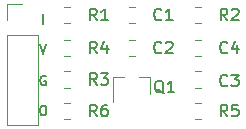
<source format=gbr>
%TF.GenerationSoftware,KiCad,Pcbnew,(5.99.0-2965-g3673c2369)*%
%TF.CreationDate,2020-08-26T09:47:44+03:00*%
%TF.ProjectId,pimentero,70696d65-6e74-4657-926f-2e6b69636164,rev?*%
%TF.SameCoordinates,Original*%
%TF.FileFunction,Legend,Top*%
%TF.FilePolarity,Positive*%
%FSLAX46Y46*%
G04 Gerber Fmt 4.6, Leading zero omitted, Abs format (unit mm)*
G04 Created by KiCad (PCBNEW (5.99.0-2965-g3673c2369)) date 2020-08-26 09:47:44*
%MOMM*%
%LPD*%
G01*
G04 APERTURE LIST*
%ADD10C,0.127000*%
%ADD11C,0.150000*%
%ADD12C,0.120000*%
%ADD13R,0.800000X0.900000*%
%ADD14R,1.700000X1.700000*%
%ADD15O,1.700000X1.700000*%
G04 APERTURE END LIST*
D10*
X106603809Y-75634904D02*
X106756190Y-75634904D01*
X106832380Y-75673000D01*
X106908571Y-75749190D01*
X106946666Y-75901571D01*
X106946666Y-76168238D01*
X106908571Y-76320619D01*
X106832380Y-76396809D01*
X106756190Y-76434904D01*
X106603809Y-76434904D01*
X106527619Y-76396809D01*
X106451428Y-76320619D01*
X106413333Y-76168238D01*
X106413333Y-75901571D01*
X106451428Y-75749190D01*
X106527619Y-75673000D01*
X106603809Y-75634904D01*
X106889523Y-73133000D02*
X106813333Y-73094904D01*
X106699047Y-73094904D01*
X106584761Y-73133000D01*
X106508571Y-73209190D01*
X106470476Y-73285380D01*
X106432380Y-73437761D01*
X106432380Y-73552047D01*
X106470476Y-73704428D01*
X106508571Y-73780619D01*
X106584761Y-73856809D01*
X106699047Y-73894904D01*
X106775238Y-73894904D01*
X106889523Y-73856809D01*
X106927619Y-73818714D01*
X106927619Y-73552047D01*
X106775238Y-73552047D01*
X106413333Y-70427904D02*
X106680000Y-71227904D01*
X106946666Y-70427904D01*
X106680000Y-68687904D02*
X106680000Y-67887904D01*
D11*
%TO.C,C4*%
X122261333Y-71096142D02*
X122213714Y-71143761D01*
X122070857Y-71191380D01*
X121975619Y-71191380D01*
X121832761Y-71143761D01*
X121737523Y-71048523D01*
X121689904Y-70953285D01*
X121642285Y-70762809D01*
X121642285Y-70619952D01*
X121689904Y-70429476D01*
X121737523Y-70334238D01*
X121832761Y-70239000D01*
X121975619Y-70191380D01*
X122070857Y-70191380D01*
X122213714Y-70239000D01*
X122261333Y-70286619D01*
X123118476Y-70524714D02*
X123118476Y-71191380D01*
X122880380Y-70143761D02*
X122642285Y-70858047D01*
X123261333Y-70858047D01*
%TO.C,R4*%
X111212333Y-71191380D02*
X110879000Y-70715190D01*
X110640904Y-71191380D02*
X110640904Y-70191380D01*
X111021857Y-70191380D01*
X111117095Y-70239000D01*
X111164714Y-70286619D01*
X111212333Y-70381857D01*
X111212333Y-70524714D01*
X111164714Y-70619952D01*
X111117095Y-70667571D01*
X111021857Y-70715190D01*
X110640904Y-70715190D01*
X112069476Y-70524714D02*
X112069476Y-71191380D01*
X111831380Y-70143761D02*
X111593285Y-70858047D01*
X112212333Y-70858047D01*
%TO.C,C3*%
X122261333Y-73890142D02*
X122213714Y-73937761D01*
X122070857Y-73985380D01*
X121975619Y-73985380D01*
X121832761Y-73937761D01*
X121737523Y-73842523D01*
X121689904Y-73747285D01*
X121642285Y-73556809D01*
X121642285Y-73413952D01*
X121689904Y-73223476D01*
X121737523Y-73128238D01*
X121832761Y-73033000D01*
X121975619Y-72985380D01*
X122070857Y-72985380D01*
X122213714Y-73033000D01*
X122261333Y-73080619D01*
X122594666Y-72985380D02*
X123213714Y-72985380D01*
X122880380Y-73366333D01*
X123023238Y-73366333D01*
X123118476Y-73413952D01*
X123166095Y-73461571D01*
X123213714Y-73556809D01*
X123213714Y-73794904D01*
X123166095Y-73890142D01*
X123118476Y-73937761D01*
X123023238Y-73985380D01*
X122737523Y-73985380D01*
X122642285Y-73937761D01*
X122594666Y-73890142D01*
%TO.C,R3*%
X111212333Y-73858380D02*
X110879000Y-73382190D01*
X110640904Y-73858380D02*
X110640904Y-72858380D01*
X111021857Y-72858380D01*
X111117095Y-72906000D01*
X111164714Y-72953619D01*
X111212333Y-73048857D01*
X111212333Y-73191714D01*
X111164714Y-73286952D01*
X111117095Y-73334571D01*
X111021857Y-73382190D01*
X110640904Y-73382190D01*
X111545666Y-72858380D02*
X112164714Y-72858380D01*
X111831380Y-73239333D01*
X111974238Y-73239333D01*
X112069476Y-73286952D01*
X112117095Y-73334571D01*
X112164714Y-73429809D01*
X112164714Y-73667904D01*
X112117095Y-73763142D01*
X112069476Y-73810761D01*
X111974238Y-73858380D01*
X111688523Y-73858380D01*
X111593285Y-73810761D01*
X111545666Y-73763142D01*
%TO.C,R2*%
X122261333Y-68397380D02*
X121928000Y-67921190D01*
X121689904Y-68397380D02*
X121689904Y-67397380D01*
X122070857Y-67397380D01*
X122166095Y-67445000D01*
X122213714Y-67492619D01*
X122261333Y-67587857D01*
X122261333Y-67730714D01*
X122213714Y-67825952D01*
X122166095Y-67873571D01*
X122070857Y-67921190D01*
X121689904Y-67921190D01*
X122642285Y-67492619D02*
X122689904Y-67445000D01*
X122785142Y-67397380D01*
X123023238Y-67397380D01*
X123118476Y-67445000D01*
X123166095Y-67492619D01*
X123213714Y-67587857D01*
X123213714Y-67683095D01*
X123166095Y-67825952D01*
X122594666Y-68397380D01*
X123213714Y-68397380D01*
%TO.C,C1*%
X116673333Y-68302142D02*
X116625714Y-68349761D01*
X116482857Y-68397380D01*
X116387619Y-68397380D01*
X116244761Y-68349761D01*
X116149523Y-68254523D01*
X116101904Y-68159285D01*
X116054285Y-67968809D01*
X116054285Y-67825952D01*
X116101904Y-67635476D01*
X116149523Y-67540238D01*
X116244761Y-67445000D01*
X116387619Y-67397380D01*
X116482857Y-67397380D01*
X116625714Y-67445000D01*
X116673333Y-67492619D01*
X117625714Y-68397380D02*
X117054285Y-68397380D01*
X117340000Y-68397380D02*
X117340000Y-67397380D01*
X117244761Y-67540238D01*
X117149523Y-67635476D01*
X117054285Y-67683095D01*
%TO.C,R5*%
X122261333Y-76525380D02*
X121928000Y-76049190D01*
X121689904Y-76525380D02*
X121689904Y-75525380D01*
X122070857Y-75525380D01*
X122166095Y-75573000D01*
X122213714Y-75620619D01*
X122261333Y-75715857D01*
X122261333Y-75858714D01*
X122213714Y-75953952D01*
X122166095Y-76001571D01*
X122070857Y-76049190D01*
X121689904Y-76049190D01*
X123166095Y-75525380D02*
X122689904Y-75525380D01*
X122642285Y-76001571D01*
X122689904Y-75953952D01*
X122785142Y-75906333D01*
X123023238Y-75906333D01*
X123118476Y-75953952D01*
X123166095Y-76001571D01*
X123213714Y-76096809D01*
X123213714Y-76334904D01*
X123166095Y-76430142D01*
X123118476Y-76477761D01*
X123023238Y-76525380D01*
X122785142Y-76525380D01*
X122689904Y-76477761D01*
X122642285Y-76430142D01*
%TO.C,Q1*%
X116871761Y-74588619D02*
X116776523Y-74541000D01*
X116681285Y-74445761D01*
X116538428Y-74302904D01*
X116443190Y-74255285D01*
X116347952Y-74255285D01*
X116395571Y-74493380D02*
X116300333Y-74445761D01*
X116205095Y-74350523D01*
X116157476Y-74160047D01*
X116157476Y-73826714D01*
X116205095Y-73636238D01*
X116300333Y-73541000D01*
X116395571Y-73493380D01*
X116586047Y-73493380D01*
X116681285Y-73541000D01*
X116776523Y-73636238D01*
X116824142Y-73826714D01*
X116824142Y-74160047D01*
X116776523Y-74350523D01*
X116681285Y-74445761D01*
X116586047Y-74493380D01*
X116395571Y-74493380D01*
X117776523Y-74493380D02*
X117205095Y-74493380D01*
X117490809Y-74493380D02*
X117490809Y-73493380D01*
X117395571Y-73636238D01*
X117300333Y-73731476D01*
X117205095Y-73779095D01*
%TO.C,C2*%
X116673333Y-71096142D02*
X116625714Y-71143761D01*
X116482857Y-71191380D01*
X116387619Y-71191380D01*
X116244761Y-71143761D01*
X116149523Y-71048523D01*
X116101904Y-70953285D01*
X116054285Y-70762809D01*
X116054285Y-70619952D01*
X116101904Y-70429476D01*
X116149523Y-70334238D01*
X116244761Y-70239000D01*
X116387619Y-70191380D01*
X116482857Y-70191380D01*
X116625714Y-70239000D01*
X116673333Y-70286619D01*
X117054285Y-70286619D02*
X117101904Y-70239000D01*
X117197142Y-70191380D01*
X117435238Y-70191380D01*
X117530476Y-70239000D01*
X117578095Y-70286619D01*
X117625714Y-70381857D01*
X117625714Y-70477095D01*
X117578095Y-70619952D01*
X117006666Y-71191380D01*
X117625714Y-71191380D01*
%TO.C,R1*%
X111212333Y-68397380D02*
X110879000Y-67921190D01*
X110640904Y-68397380D02*
X110640904Y-67397380D01*
X111021857Y-67397380D01*
X111117095Y-67445000D01*
X111164714Y-67492619D01*
X111212333Y-67587857D01*
X111212333Y-67730714D01*
X111164714Y-67825952D01*
X111117095Y-67873571D01*
X111021857Y-67921190D01*
X110640904Y-67921190D01*
X112164714Y-68397380D02*
X111593285Y-68397380D01*
X111879000Y-68397380D02*
X111879000Y-67397380D01*
X111783761Y-67540238D01*
X111688523Y-67635476D01*
X111593285Y-67683095D01*
%TO.C,R6*%
X111212333Y-76525380D02*
X110879000Y-76049190D01*
X110640904Y-76525380D02*
X110640904Y-75525380D01*
X111021857Y-75525380D01*
X111117095Y-75573000D01*
X111164714Y-75620619D01*
X111212333Y-75715857D01*
X111212333Y-75858714D01*
X111164714Y-75953952D01*
X111117095Y-76001571D01*
X111021857Y-76049190D01*
X110640904Y-76049190D01*
X112069476Y-75525380D02*
X111879000Y-75525380D01*
X111783761Y-75573000D01*
X111736142Y-75620619D01*
X111640904Y-75763476D01*
X111593285Y-75953952D01*
X111593285Y-76334904D01*
X111640904Y-76430142D01*
X111688523Y-76477761D01*
X111783761Y-76525380D01*
X111974238Y-76525380D01*
X112069476Y-76477761D01*
X112117095Y-76430142D01*
X112164714Y-76334904D01*
X112164714Y-76096809D01*
X112117095Y-76001571D01*
X112069476Y-75953952D01*
X111974238Y-75906333D01*
X111783761Y-75906333D01*
X111688523Y-75953952D01*
X111640904Y-76001571D01*
X111593285Y-76096809D01*
D12*
%TO.C,C4*%
X119499748Y-70029000D02*
X120022252Y-70029000D01*
X119499748Y-71449000D02*
X120022252Y-71449000D01*
%TO.C,R4*%
X108450748Y-71449000D02*
X108973252Y-71449000D01*
X108450748Y-70029000D02*
X108973252Y-70029000D01*
%TO.C,C3*%
X119499748Y-72696000D02*
X120022252Y-72696000D01*
X119499748Y-74116000D02*
X120022252Y-74116000D01*
%TO.C,R3*%
X108973252Y-72696000D02*
X108450748Y-72696000D01*
X108973252Y-74116000D02*
X108450748Y-74116000D01*
%TO.C,R2*%
X120022252Y-67235000D02*
X119499748Y-67235000D01*
X120022252Y-68655000D02*
X119499748Y-68655000D01*
%TO.C,C1*%
X113911748Y-68655000D02*
X114434252Y-68655000D01*
X113911748Y-67235000D02*
X114434252Y-67235000D01*
%TO.C,R5*%
X119499748Y-76783000D02*
X120022252Y-76783000D01*
X119499748Y-75363000D02*
X120022252Y-75363000D01*
%TO.C,Q1*%
X115753000Y-73154000D02*
X115753000Y-74614000D01*
X115753000Y-73154000D02*
X114823000Y-73154000D01*
X112593000Y-73154000D02*
X113523000Y-73154000D01*
X112593000Y-73154000D02*
X112593000Y-75314000D01*
%TO.C,C2*%
X113911748Y-71449000D02*
X114434252Y-71449000D01*
X113911748Y-70029000D02*
X114434252Y-70029000D01*
%TO.C,R1*%
X108450748Y-68655000D02*
X108973252Y-68655000D01*
X108450748Y-67235000D02*
X108973252Y-67235000D01*
%TO.C,J1*%
X103572000Y-69596000D02*
X103572000Y-77276000D01*
X103572000Y-77276000D02*
X106232000Y-77276000D01*
X103572000Y-68326000D02*
X103572000Y-66996000D01*
X106232000Y-69596000D02*
X106232000Y-77276000D01*
X103572000Y-69596000D02*
X106232000Y-69596000D01*
X103572000Y-66996000D02*
X104902000Y-66996000D01*
%TO.C,R6*%
X108973252Y-76783000D02*
X108450748Y-76783000D01*
X108973252Y-75363000D02*
X108450748Y-75363000D01*
%TD*%
%LPC*%
%TO.C,C4*%
G36*
G01*
X118161000Y-71189000D02*
X118161000Y-70289000D01*
G75*
G02*
X118411000Y-70039000I250000J0D01*
G01*
X119061000Y-70039000D01*
G75*
G02*
X119311000Y-70289000I0J-250000D01*
G01*
X119311000Y-71189000D01*
G75*
G02*
X119061000Y-71439000I-250000J0D01*
G01*
X118411000Y-71439000D01*
G75*
G02*
X118161000Y-71189000I0J250000D01*
G01*
G37*
G36*
G01*
X120211000Y-71189000D02*
X120211000Y-70289000D01*
G75*
G02*
X120461000Y-70039000I250000J0D01*
G01*
X121111000Y-70039000D01*
G75*
G02*
X121361000Y-70289000I0J-250000D01*
G01*
X121361000Y-71189000D01*
G75*
G02*
X121111000Y-71439000I-250000J0D01*
G01*
X120461000Y-71439000D01*
G75*
G02*
X120211000Y-71189000I0J250000D01*
G01*
G37*
%TD*%
%TO.C,R4*%
G36*
G01*
X107112000Y-71189000D02*
X107112000Y-70289000D01*
G75*
G02*
X107362000Y-70039000I250000J0D01*
G01*
X108012000Y-70039000D01*
G75*
G02*
X108262000Y-70289000I0J-250000D01*
G01*
X108262000Y-71189000D01*
G75*
G02*
X108012000Y-71439000I-250000J0D01*
G01*
X107362000Y-71439000D01*
G75*
G02*
X107112000Y-71189000I0J250000D01*
G01*
G37*
G36*
G01*
X109162000Y-71189000D02*
X109162000Y-70289000D01*
G75*
G02*
X109412000Y-70039000I250000J0D01*
G01*
X110062000Y-70039000D01*
G75*
G02*
X110312000Y-70289000I0J-250000D01*
G01*
X110312000Y-71189000D01*
G75*
G02*
X110062000Y-71439000I-250000J0D01*
G01*
X109412000Y-71439000D01*
G75*
G02*
X109162000Y-71189000I0J250000D01*
G01*
G37*
%TD*%
%TO.C,C3*%
G36*
G01*
X118161000Y-73856000D02*
X118161000Y-72956000D01*
G75*
G02*
X118411000Y-72706000I250000J0D01*
G01*
X119061000Y-72706000D01*
G75*
G02*
X119311000Y-72956000I0J-250000D01*
G01*
X119311000Y-73856000D01*
G75*
G02*
X119061000Y-74106000I-250000J0D01*
G01*
X118411000Y-74106000D01*
G75*
G02*
X118161000Y-73856000I0J250000D01*
G01*
G37*
G36*
G01*
X120211000Y-73856000D02*
X120211000Y-72956000D01*
G75*
G02*
X120461000Y-72706000I250000J0D01*
G01*
X121111000Y-72706000D01*
G75*
G02*
X121361000Y-72956000I0J-250000D01*
G01*
X121361000Y-73856000D01*
G75*
G02*
X121111000Y-74106000I-250000J0D01*
G01*
X120461000Y-74106000D01*
G75*
G02*
X120211000Y-73856000I0J250000D01*
G01*
G37*
%TD*%
%TO.C,R3*%
G36*
G01*
X110312000Y-72956000D02*
X110312000Y-73856000D01*
G75*
G02*
X110062000Y-74106000I-250000J0D01*
G01*
X109412000Y-74106000D01*
G75*
G02*
X109162000Y-73856000I0J250000D01*
G01*
X109162000Y-72956000D01*
G75*
G02*
X109412000Y-72706000I250000J0D01*
G01*
X110062000Y-72706000D01*
G75*
G02*
X110312000Y-72956000I0J-250000D01*
G01*
G37*
G36*
G01*
X108262000Y-72956000D02*
X108262000Y-73856000D01*
G75*
G02*
X108012000Y-74106000I-250000J0D01*
G01*
X107362000Y-74106000D01*
G75*
G02*
X107112000Y-73856000I0J250000D01*
G01*
X107112000Y-72956000D01*
G75*
G02*
X107362000Y-72706000I250000J0D01*
G01*
X108012000Y-72706000D01*
G75*
G02*
X108262000Y-72956000I0J-250000D01*
G01*
G37*
%TD*%
%TO.C,R2*%
G36*
G01*
X121361000Y-67495000D02*
X121361000Y-68395000D01*
G75*
G02*
X121111000Y-68645000I-250000J0D01*
G01*
X120461000Y-68645000D01*
G75*
G02*
X120211000Y-68395000I0J250000D01*
G01*
X120211000Y-67495000D01*
G75*
G02*
X120461000Y-67245000I250000J0D01*
G01*
X121111000Y-67245000D01*
G75*
G02*
X121361000Y-67495000I0J-250000D01*
G01*
G37*
G36*
G01*
X119311000Y-67495000D02*
X119311000Y-68395000D01*
G75*
G02*
X119061000Y-68645000I-250000J0D01*
G01*
X118411000Y-68645000D01*
G75*
G02*
X118161000Y-68395000I0J250000D01*
G01*
X118161000Y-67495000D01*
G75*
G02*
X118411000Y-67245000I250000J0D01*
G01*
X119061000Y-67245000D01*
G75*
G02*
X119311000Y-67495000I0J-250000D01*
G01*
G37*
%TD*%
%TO.C,C1*%
G36*
G01*
X112573000Y-68395000D02*
X112573000Y-67495000D01*
G75*
G02*
X112823000Y-67245000I250000J0D01*
G01*
X113473000Y-67245000D01*
G75*
G02*
X113723000Y-67495000I0J-250000D01*
G01*
X113723000Y-68395000D01*
G75*
G02*
X113473000Y-68645000I-250000J0D01*
G01*
X112823000Y-68645000D01*
G75*
G02*
X112573000Y-68395000I0J250000D01*
G01*
G37*
G36*
G01*
X114623000Y-68395000D02*
X114623000Y-67495000D01*
G75*
G02*
X114873000Y-67245000I250000J0D01*
G01*
X115523000Y-67245000D01*
G75*
G02*
X115773000Y-67495000I0J-250000D01*
G01*
X115773000Y-68395000D01*
G75*
G02*
X115523000Y-68645000I-250000J0D01*
G01*
X114873000Y-68645000D01*
G75*
G02*
X114623000Y-68395000I0J250000D01*
G01*
G37*
%TD*%
%TO.C,R5*%
G36*
G01*
X118161000Y-76523000D02*
X118161000Y-75623000D01*
G75*
G02*
X118411000Y-75373000I250000J0D01*
G01*
X119061000Y-75373000D01*
G75*
G02*
X119311000Y-75623000I0J-250000D01*
G01*
X119311000Y-76523000D01*
G75*
G02*
X119061000Y-76773000I-250000J0D01*
G01*
X118411000Y-76773000D01*
G75*
G02*
X118161000Y-76523000I0J250000D01*
G01*
G37*
G36*
G01*
X120211000Y-76523000D02*
X120211000Y-75623000D01*
G75*
G02*
X120461000Y-75373000I250000J0D01*
G01*
X121111000Y-75373000D01*
G75*
G02*
X121361000Y-75623000I0J-250000D01*
G01*
X121361000Y-76523000D01*
G75*
G02*
X121111000Y-76773000I-250000J0D01*
G01*
X120461000Y-76773000D01*
G75*
G02*
X120211000Y-76523000I0J250000D01*
G01*
G37*
%TD*%
D13*
%TO.C,Q1*%
X113223000Y-74914000D03*
X115123000Y-74914000D03*
X114173000Y-72914000D03*
%TD*%
%TO.C,C2*%
G36*
G01*
X112573000Y-71189000D02*
X112573000Y-70289000D01*
G75*
G02*
X112823000Y-70039000I250000J0D01*
G01*
X113473000Y-70039000D01*
G75*
G02*
X113723000Y-70289000I0J-250000D01*
G01*
X113723000Y-71189000D01*
G75*
G02*
X113473000Y-71439000I-250000J0D01*
G01*
X112823000Y-71439000D01*
G75*
G02*
X112573000Y-71189000I0J250000D01*
G01*
G37*
G36*
G01*
X114623000Y-71189000D02*
X114623000Y-70289000D01*
G75*
G02*
X114873000Y-70039000I250000J0D01*
G01*
X115523000Y-70039000D01*
G75*
G02*
X115773000Y-70289000I0J-250000D01*
G01*
X115773000Y-71189000D01*
G75*
G02*
X115523000Y-71439000I-250000J0D01*
G01*
X114873000Y-71439000D01*
G75*
G02*
X114623000Y-71189000I0J250000D01*
G01*
G37*
%TD*%
%TO.C,R1*%
G36*
G01*
X107112000Y-68395000D02*
X107112000Y-67495000D01*
G75*
G02*
X107362000Y-67245000I250000J0D01*
G01*
X108012000Y-67245000D01*
G75*
G02*
X108262000Y-67495000I0J-250000D01*
G01*
X108262000Y-68395000D01*
G75*
G02*
X108012000Y-68645000I-250000J0D01*
G01*
X107362000Y-68645000D01*
G75*
G02*
X107112000Y-68395000I0J250000D01*
G01*
G37*
G36*
G01*
X109162000Y-68395000D02*
X109162000Y-67495000D01*
G75*
G02*
X109412000Y-67245000I250000J0D01*
G01*
X110062000Y-67245000D01*
G75*
G02*
X110312000Y-67495000I0J-250000D01*
G01*
X110312000Y-68395000D01*
G75*
G02*
X110062000Y-68645000I-250000J0D01*
G01*
X109412000Y-68645000D01*
G75*
G02*
X109162000Y-68395000I0J250000D01*
G01*
G37*
%TD*%
D14*
%TO.C,J1*%
X104902000Y-68326000D03*
D15*
X104902000Y-70866000D03*
X104902000Y-73406000D03*
X104902000Y-75946000D03*
%TD*%
%TO.C,R6*%
G36*
G01*
X110312000Y-75623000D02*
X110312000Y-76523000D01*
G75*
G02*
X110062000Y-76773000I-250000J0D01*
G01*
X109412000Y-76773000D01*
G75*
G02*
X109162000Y-76523000I0J250000D01*
G01*
X109162000Y-75623000D01*
G75*
G02*
X109412000Y-75373000I250000J0D01*
G01*
X110062000Y-75373000D01*
G75*
G02*
X110312000Y-75623000I0J-250000D01*
G01*
G37*
G36*
G01*
X108262000Y-75623000D02*
X108262000Y-76523000D01*
G75*
G02*
X108012000Y-76773000I-250000J0D01*
G01*
X107362000Y-76773000D01*
G75*
G02*
X107112000Y-76523000I0J250000D01*
G01*
X107112000Y-75623000D01*
G75*
G02*
X107362000Y-75373000I250000J0D01*
G01*
X108012000Y-75373000D01*
G75*
G02*
X108262000Y-75623000I0J-250000D01*
G01*
G37*
%TD*%
M02*

</source>
